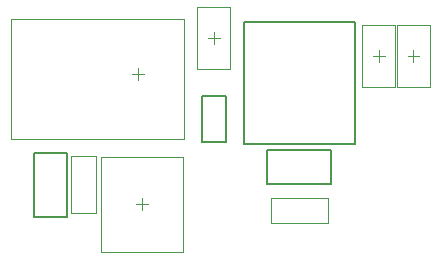
<source format=gbr>
G04*
G04 #@! TF.GenerationSoftware,Altium Limited,Altium Designer,24.8.2 (39)*
G04*
G04 Layer_Color=32768*
%FSLAX25Y25*%
%MOIN*%
G70*
G04*
G04 #@! TF.SameCoordinates,7DA90572-2472-42F9-BF80-4CDDFEAFDCCF*
G04*
G04*
G04 #@! TF.FilePolarity,Positive*
G04*
G01*
G75*
%ADD11C,0.00787*%
%ADD42C,0.00394*%
%ADD45C,0.00197*%
D11*
X373354Y352874D02*
Y364126D01*
Y352874D02*
X394646D01*
Y364126D01*
X373354D02*
X394646D01*
X351448Y382095D02*
X359552D01*
X351448Y366905D02*
Y382095D01*
Y366905D02*
X359552D01*
Y382095D01*
X365516Y366106D02*
Y406894D01*
Y366106D02*
X402484D01*
Y406894D01*
X365516D02*
X402484D01*
X295374Y363146D02*
X306626D01*
X295374Y341854D02*
Y363146D01*
Y341854D02*
X306626D01*
Y363146D01*
D42*
X410500Y393531D02*
Y397468D01*
X408532Y395500D02*
X412468D01*
X422000Y393531D02*
Y397468D01*
X420031Y395500D02*
X423969D01*
X355500Y399532D02*
Y403469D01*
X353532Y401500D02*
X357469D01*
X330311Y387531D02*
Y391469D01*
X328343Y389500D02*
X332279D01*
X331500Y344032D02*
Y347969D01*
X329532Y346000D02*
X333469D01*
D45*
X393449Y339866D02*
Y348134D01*
X374551D02*
X393449D01*
X374551Y339866D02*
Y348134D01*
Y339866D02*
X393449D01*
X404988Y405933D02*
X416012D01*
X404988Y385067D02*
X416012D01*
Y405933D01*
X404988Y385067D02*
Y405933D01*
X416488Y385067D02*
X427512D01*
X416488Y405933D02*
X427512D01*
X416488Y385067D02*
Y405933D01*
X427512Y385067D02*
Y405933D01*
X349988Y411933D02*
X361012D01*
X349988Y391067D02*
X361012D01*
Y411933D01*
X349988Y391067D02*
Y411933D01*
X287791Y367650D02*
Y407610D01*
X345468D01*
X287791Y367650D02*
X345468D01*
Y407610D01*
X307866Y343051D02*
X316134D01*
Y361949D01*
X307866D02*
X316134D01*
X307866Y343051D02*
Y361949D01*
X317917Y330252D02*
X345083D01*
X317917Y361748D02*
X345083D01*
X317917Y330252D02*
Y361748D01*
X345083Y330252D02*
Y361748D01*
M02*

</source>
